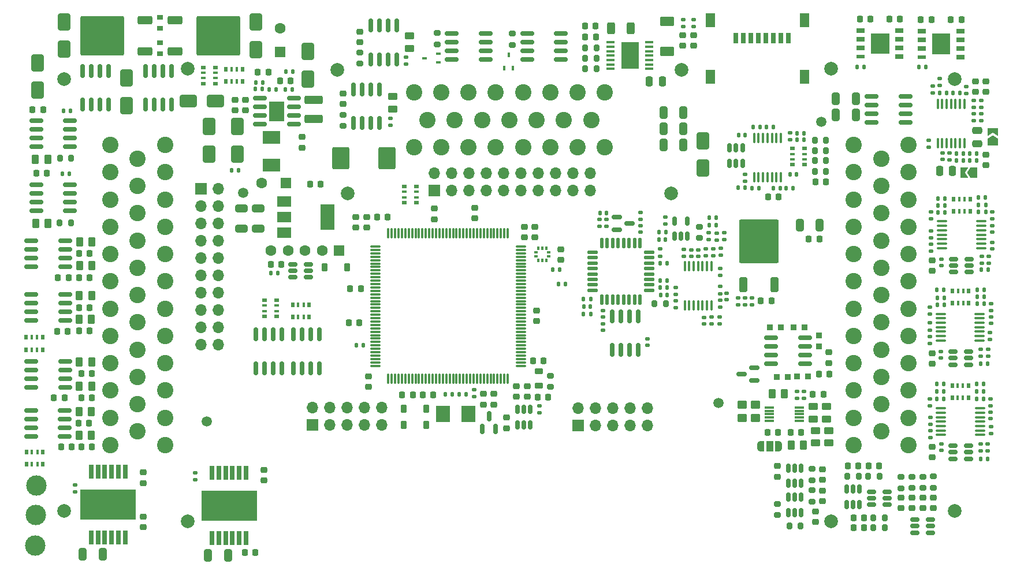
<source format=gbr>
%TF.GenerationSoftware,KiCad,Pcbnew,8.0.5*%
%TF.CreationDate,2024-10-18T05:49:16+03:00*%
%TF.ProjectId,ECUGDI,45435547-4449-42e6-9b69-6361645f7063,rev?*%
%TF.SameCoordinates,Original*%
%TF.FileFunction,Soldermask,Top*%
%TF.FilePolarity,Negative*%
%FSLAX46Y46*%
G04 Gerber Fmt 4.6, Leading zero omitted, Abs format (unit mm)*
G04 Created by KiCad (PCBNEW 8.0.5) date 2024-10-18 05:49:16*
%MOMM*%
%LPD*%
G01*
G04 APERTURE LIST*
G04 Aperture macros list*
%AMRoundRect*
0 Rectangle with rounded corners*
0 $1 Rounding radius*
0 $2 $3 $4 $5 $6 $7 $8 $9 X,Y pos of 4 corners*
0 Add a 4 corners polygon primitive as box body*
4,1,4,$2,$3,$4,$5,$6,$7,$8,$9,$2,$3,0*
0 Add four circle primitives for the rounded corners*
1,1,$1+$1,$2,$3*
1,1,$1+$1,$4,$5*
1,1,$1+$1,$6,$7*
1,1,$1+$1,$8,$9*
0 Add four rect primitives between the rounded corners*
20,1,$1+$1,$2,$3,$4,$5,0*
20,1,$1+$1,$4,$5,$6,$7,0*
20,1,$1+$1,$6,$7,$8,$9,0*
20,1,$1+$1,$8,$9,$2,$3,0*%
%AMFreePoly0*
4,1,19,0.550000,-0.750000,0.000000,-0.750000,0.000000,-0.744911,-0.071157,-0.744911,-0.207708,-0.704816,-0.327430,-0.627875,-0.420627,-0.520320,-0.479746,-0.390866,-0.500000,-0.250000,-0.500000,0.250000,-0.479746,0.390866,-0.420627,0.520320,-0.327430,0.627875,-0.207708,0.704816,-0.071157,0.744911,0.000000,0.744911,0.000000,0.750000,0.550000,0.750000,0.550000,-0.750000,0.550000,-0.750000,
$1*%
%AMFreePoly1*
4,1,19,0.000000,0.744911,0.071157,0.744911,0.207708,0.704816,0.327430,0.627875,0.420627,0.520320,0.479746,0.390866,0.500000,0.250000,0.500000,-0.250000,0.479746,-0.390866,0.420627,-0.520320,0.327430,-0.627875,0.207708,-0.704816,0.071157,-0.744911,0.000000,-0.744911,0.000000,-0.750000,-0.550000,-0.750000,-0.550000,0.750000,0.000000,0.750000,0.000000,0.744911,0.000000,0.744911,
$1*%
%AMFreePoly2*
4,1,6,1.000000,0.000000,0.500000,-0.750000,-0.500000,-0.750000,-0.500000,0.750000,0.500000,0.750000,1.000000,0.000000,1.000000,0.000000,$1*%
%AMFreePoly3*
4,1,6,0.500000,-0.750000,-0.650000,-0.750000,-0.150000,0.000000,-0.650000,0.750000,0.500000,0.750000,0.500000,-0.750000,0.500000,-0.750000,$1*%
G04 Aperture macros list end*
%ADD10RoundRect,0.085000X0.340000X0.340000X-0.340000X0.340000X-0.340000X-0.340000X0.340000X-0.340000X0*%
%ADD11RoundRect,0.225000X-0.250000X0.225000X-0.250000X-0.225000X0.250000X-0.225000X0.250000X0.225000X0*%
%ADD12RoundRect,0.150000X-0.150000X0.825000X-0.150000X-0.825000X0.150000X-0.825000X0.150000X0.825000X0*%
%ADD13RoundRect,0.250000X0.450000X-0.262500X0.450000X0.262500X-0.450000X0.262500X-0.450000X-0.262500X0*%
%ADD14RoundRect,0.200000X0.275000X-0.200000X0.275000X0.200000X-0.275000X0.200000X-0.275000X-0.200000X0*%
%ADD15RoundRect,0.250000X0.650000X-1.000000X0.650000X1.000000X-0.650000X1.000000X-0.650000X-1.000000X0*%
%ADD16RoundRect,0.225000X0.250000X-0.225000X0.250000X0.225000X-0.250000X0.225000X-0.250000X-0.225000X0*%
%ADD17RoundRect,0.250000X0.262500X0.450000X-0.262500X0.450000X-0.262500X-0.450000X0.262500X-0.450000X0*%
%ADD18RoundRect,0.250000X0.650000X-0.325000X0.650000X0.325000X-0.650000X0.325000X-0.650000X-0.325000X0*%
%ADD19RoundRect,0.135000X0.135000X0.185000X-0.135000X0.185000X-0.135000X-0.185000X0.135000X-0.185000X0*%
%ADD20RoundRect,0.200000X-0.275000X0.200000X-0.275000X-0.200000X0.275000X-0.200000X0.275000X0.200000X0*%
%ADD21RoundRect,0.150000X0.150000X-0.825000X0.150000X0.825000X-0.150000X0.825000X-0.150000X-0.825000X0*%
%ADD22RoundRect,0.135000X-0.185000X0.135000X-0.185000X-0.135000X0.185000X-0.135000X0.185000X0.135000X0*%
%ADD23RoundRect,0.135000X0.185000X-0.135000X0.185000X0.135000X-0.185000X0.135000X-0.185000X-0.135000X0*%
%ADD24C,3.000000*%
%ADD25RoundRect,0.140000X-0.140000X-0.170000X0.140000X-0.170000X0.140000X0.170000X-0.140000X0.170000X0*%
%ADD26RoundRect,0.225000X-0.225000X-0.250000X0.225000X-0.250000X0.225000X0.250000X-0.225000X0.250000X0*%
%ADD27RoundRect,0.150000X0.825000X0.150000X-0.825000X0.150000X-0.825000X-0.150000X0.825000X-0.150000X0*%
%ADD28R,0.500000X0.800000*%
%ADD29R,0.400000X0.800000*%
%ADD30RoundRect,0.075000X0.075000X-0.662500X0.075000X0.662500X-0.075000X0.662500X-0.075000X-0.662500X0*%
%ADD31RoundRect,0.075000X0.662500X-0.075000X0.662500X0.075000X-0.662500X0.075000X-0.662500X-0.075000X0*%
%ADD32RoundRect,0.140000X0.170000X-0.140000X0.170000X0.140000X-0.170000X0.140000X-0.170000X-0.140000X0*%
%ADD33R,0.800000X0.500000*%
%ADD34R,0.800000X0.400000*%
%ADD35RoundRect,0.225000X0.225000X0.250000X-0.225000X0.250000X-0.225000X-0.250000X0.225000X-0.250000X0*%
%ADD36RoundRect,0.200000X-0.200000X-0.275000X0.200000X-0.275000X0.200000X0.275000X-0.200000X0.275000X0*%
%ADD37RoundRect,0.225000X-0.225000X-0.375000X0.225000X-0.375000X0.225000X0.375000X-0.225000X0.375000X0*%
%ADD38RoundRect,0.218750X0.256250X-0.218750X0.256250X0.218750X-0.256250X0.218750X-0.256250X-0.218750X0*%
%ADD39RoundRect,0.250000X-0.650000X1.000000X-0.650000X-1.000000X0.650000X-1.000000X0.650000X1.000000X0*%
%ADD40RoundRect,0.150000X-0.825000X-0.150000X0.825000X-0.150000X0.825000X0.150000X-0.825000X0.150000X0*%
%ADD41RoundRect,0.100000X0.100000X-0.637500X0.100000X0.637500X-0.100000X0.637500X-0.100000X-0.637500X0*%
%ADD42RoundRect,0.250000X-0.450000X0.350000X-0.450000X-0.350000X0.450000X-0.350000X0.450000X0.350000X0*%
%ADD43RoundRect,0.135000X-0.135000X-0.185000X0.135000X-0.185000X0.135000X0.185000X-0.135000X0.185000X0*%
%ADD44R,1.400000X0.300000*%
%ADD45RoundRect,0.140000X0.140000X0.170000X-0.140000X0.170000X-0.140000X-0.170000X0.140000X-0.170000X0*%
%ADD46RoundRect,0.150000X0.512500X0.150000X-0.512500X0.150000X-0.512500X-0.150000X0.512500X-0.150000X0*%
%ADD47RoundRect,0.200000X0.200000X0.275000X-0.200000X0.275000X-0.200000X-0.275000X0.200000X-0.275000X0*%
%ADD48RoundRect,0.218750X0.218750X0.256250X-0.218750X0.256250X-0.218750X-0.256250X0.218750X-0.256250X0*%
%ADD49RoundRect,0.140000X-0.170000X0.140000X-0.170000X-0.140000X0.170000X-0.140000X0.170000X0.140000X0*%
%ADD50RoundRect,0.150000X-0.150000X0.512500X-0.150000X-0.512500X0.150000X-0.512500X0.150000X0.512500X0*%
%ADD51R,2.000000X2.400000*%
%ADD52R,0.450000X0.700000*%
%ADD53RoundRect,0.250000X0.250000X0.475000X-0.250000X0.475000X-0.250000X-0.475000X0.250000X-0.475000X0*%
%ADD54RoundRect,0.250000X-1.075000X0.375000X-1.075000X-0.375000X1.075000X-0.375000X1.075000X0.375000X0*%
%ADD55FreePoly0,0.000000*%
%ADD56R,1.000000X1.500000*%
%ADD57FreePoly1,0.000000*%
%ADD58RoundRect,0.250000X0.312500X0.625000X-0.312500X0.625000X-0.312500X-0.625000X0.312500X-0.625000X0*%
%ADD59RoundRect,0.100000X0.637500X0.100000X-0.637500X0.100000X-0.637500X-0.100000X0.637500X-0.100000X0*%
%ADD60R,0.650000X2.000000*%
%ADD61R,8.100000X4.500000*%
%ADD62RoundRect,0.250000X0.325000X0.650000X-0.325000X0.650000X-0.325000X-0.650000X0.325000X-0.650000X0*%
%ADD63RoundRect,0.070000X0.390000X-0.280000X0.390000X0.280000X-0.390000X0.280000X-0.390000X-0.280000X0*%
%ADD64R,1.700000X1.700000*%
%ADD65O,1.700000X1.700000*%
%ADD66RoundRect,0.250000X-0.450000X0.262500X-0.450000X-0.262500X0.450000X-0.262500X0.450000X0.262500X0*%
%ADD67RoundRect,0.250000X-0.325000X-0.650000X0.325000X-0.650000X0.325000X0.650000X-0.325000X0.650000X0*%
%ADD68R,2.500000X1.900000*%
%ADD69RoundRect,0.070000X-0.390000X0.280000X-0.390000X-0.280000X0.390000X-0.280000X0.390000X0.280000X0*%
%ADD70RoundRect,0.150000X0.150000X-0.512500X0.150000X0.512500X-0.150000X0.512500X-0.150000X-0.512500X0*%
%ADD71RoundRect,0.100000X-0.100000X0.637500X-0.100000X-0.637500X0.100000X-0.637500X0.100000X0.637500X0*%
%ADD72RoundRect,0.150000X-0.512500X-0.150000X0.512500X-0.150000X0.512500X0.150000X-0.512500X0.150000X0*%
%ADD73C,1.500000*%
%ADD74R,1.310000X0.650000*%
%ADD75R,1.310000X0.600000*%
%ADD76R,1.325000X1.500000*%
%ADD77RoundRect,0.250000X-0.850000X-0.350000X0.850000X-0.350000X0.850000X0.350000X-0.850000X0.350000X0*%
%ADD78RoundRect,0.249997X-2.950003X-2.650003X2.950003X-2.650003X2.950003X2.650003X-2.950003X2.650003X0*%
%ADD79R,2.290000X3.000000*%
%ADD80RoundRect,0.218750X-0.381250X0.218750X-0.381250X-0.218750X0.381250X-0.218750X0.381250X0.218750X0*%
%ADD81R,1.600000X1.600000*%
%ADD82C,1.600000*%
%ADD83R,0.700000X0.450000*%
%ADD84R,2.000000X1.500000*%
%ADD85R,2.000000X3.800000*%
%ADD86RoundRect,0.100000X-0.175000X-0.100000X0.175000X-0.100000X0.175000X0.100000X-0.175000X0.100000X0*%
%ADD87RoundRect,0.100000X-0.100000X-0.175000X0.100000X-0.175000X0.100000X0.175000X-0.100000X0.175000X0*%
%ADD88RoundRect,0.250000X0.800000X-0.450000X0.800000X0.450000X-0.800000X0.450000X-0.800000X-0.450000X0*%
%ADD89RoundRect,0.218750X-0.256250X0.218750X-0.256250X-0.218750X0.256250X-0.218750X0.256250X0.218750X0*%
%ADD90R,0.800000X1.500000*%
%ADD91R,1.450000X2.000000*%
%ADD92RoundRect,0.250000X0.450000X-0.350000X0.450000X0.350000X-0.450000X0.350000X-0.450000X-0.350000X0*%
%ADD93RoundRect,0.150000X0.587500X0.150000X-0.587500X0.150000X-0.587500X-0.150000X0.587500X-0.150000X0*%
%ADD94RoundRect,0.085000X-0.340000X-0.340000X0.340000X-0.340000X0.340000X0.340000X-0.340000X0.340000X0*%
%ADD95RoundRect,0.125000X-0.125000X0.625000X-0.125000X-0.625000X0.125000X-0.625000X0.125000X0.625000X0*%
%ADD96RoundRect,0.125000X-0.625000X0.125000X-0.625000X-0.125000X0.625000X-0.125000X0.625000X0.125000X0*%
%ADD97RoundRect,0.250000X0.350000X-0.850000X0.350000X0.850000X-0.350000X0.850000X-0.350000X-0.850000X0*%
%ADD98RoundRect,0.249997X2.650003X-2.950003X2.650003X2.950003X-2.650003X2.950003X-2.650003X-2.950003X0*%
%ADD99FreePoly2,180.000000*%
%ADD100FreePoly3,180.000000*%
%ADD101RoundRect,0.250000X1.000000X-1.400000X1.000000X1.400000X-1.000000X1.400000X-1.000000X-1.400000X0*%
%ADD102RoundRect,0.150000X-0.587500X-0.150000X0.587500X-0.150000X0.587500X0.150000X-0.587500X0.150000X0*%
%ADD103FreePoly2,90.000000*%
%ADD104FreePoly3,90.000000*%
%ADD105R,1.310000X0.450000*%
%ADD106R,2.650000X4.000000*%
%ADD107RoundRect,0.250000X-0.475000X0.250000X-0.475000X-0.250000X0.475000X-0.250000X0.475000X0.250000X0*%
%ADD108RoundRect,0.250000X1.000000X0.650000X-1.000000X0.650000X-1.000000X-0.650000X1.000000X-0.650000X0*%
%ADD109RoundRect,0.085000X-0.340000X0.340000X-0.340000X-0.340000X0.340000X-0.340000X0.340000X0.340000X0*%
%ADD110RoundRect,0.150000X0.150000X-0.587500X0.150000X0.587500X-0.150000X0.587500X-0.150000X-0.587500X0*%
%ADD111RoundRect,0.250000X0.850000X0.350000X-0.850000X0.350000X-0.850000X-0.350000X0.850000X-0.350000X0*%
%ADD112RoundRect,0.249997X2.950003X2.650003X-2.950003X2.650003X-2.950003X-2.650003X2.950003X-2.650003X0*%
%ADD113C,2.000000*%
%ADD114C,2.400000*%
G04 APERTURE END LIST*
D10*
%TO.C,C13*%
X180290001Y-97987500D03*
X178709999Y-97987500D03*
%TD*%
D11*
%TO.C,C130*%
X207800000Y-54650000D03*
X207800000Y-56200000D03*
%TD*%
D12*
%TO.C,U51*%
X106130000Y-91775000D03*
X104860000Y-91775000D03*
X103590000Y-91775000D03*
X102320000Y-91775000D03*
X102320000Y-96725000D03*
X103590000Y-96725000D03*
X104860000Y-96725000D03*
X106130000Y-96725000D03*
%TD*%
D13*
%TO.C,R122*%
X186350000Y-107712500D03*
X186350000Y-105887500D03*
%TD*%
D14*
%TO.C,R155*%
X115130038Y-61212500D03*
X115130038Y-59562500D03*
%TD*%
D15*
%TO.C,D1*%
X102300000Y-49990000D03*
X102300000Y-45990000D03*
%TD*%
D16*
%TO.C,C68*%
X137200000Y-102050000D03*
X137200000Y-100500000D03*
%TD*%
D17*
%TO.C,R165*%
X78287500Y-86080000D03*
X76462500Y-86080000D03*
%TD*%
D18*
%TO.C,C112*%
X102700000Y-76275000D03*
X102700000Y-73325000D03*
%TD*%
D11*
%TO.C,C133*%
X209350000Y-54650000D03*
X209350000Y-56200000D03*
%TD*%
D14*
%TO.C,R113*%
X200100000Y-114275000D03*
X200100000Y-112625000D03*
%TD*%
D19*
%TO.C,R99*%
X182674829Y-62250000D03*
X181654829Y-62250000D03*
%TD*%
D20*
%TO.C,R120*%
X183850000Y-111485000D03*
X183850000Y-113135000D03*
%TD*%
D21*
%TO.C,U40*%
X116675038Y-60762500D03*
X117945038Y-60762500D03*
X119215038Y-60762500D03*
X120485038Y-60762500D03*
X120485038Y-55812500D03*
X119215038Y-55812500D03*
X117945038Y-55812500D03*
X116675038Y-55812500D03*
%TD*%
D22*
%TO.C,R139*%
X207600000Y-59440000D03*
X207600000Y-60460000D03*
%TD*%
D14*
%TO.C,R114*%
X183850000Y-116275000D03*
X183850000Y-114625000D03*
%TD*%
D23*
%TO.C,R23*%
X162350000Y-75572500D03*
X162350000Y-74552500D03*
%TD*%
D16*
%TO.C,C117*%
X184400000Y-119275000D03*
X184400000Y-117725000D03*
%TD*%
D22*
%TO.C,R147*%
X202600000Y-54240000D03*
X202600000Y-55260000D03*
%TD*%
D24*
%TO.C,J3*%
X70100000Y-118250000D03*
%TD*%
D25*
%TO.C,C83*%
X208620000Y-96100000D03*
X209580000Y-96100000D03*
%TD*%
D26*
%TO.C,C62*%
X115950000Y-90100000D03*
X117500000Y-90100000D03*
%TD*%
D23*
%TO.C,R75*%
X201350000Y-74810000D03*
X201350000Y-73790000D03*
%TD*%
D27*
%TO.C,U17*%
X147075000Y-51455000D03*
X147075000Y-50185000D03*
X147075000Y-48915000D03*
X147075000Y-47645000D03*
X142125000Y-47645000D03*
X142125000Y-48915000D03*
X142125000Y-50185000D03*
X142125000Y-51455000D03*
%TD*%
D28*
%TO.C,RN14*%
X68650000Y-94000000D03*
D29*
X69450000Y-94000000D03*
X70250000Y-94000000D03*
D28*
X71050000Y-94000000D03*
X71050000Y-92200000D03*
D29*
X70250000Y-92200000D03*
X69450000Y-92200000D03*
D28*
X68650000Y-92200000D03*
%TD*%
D19*
%TO.C,R102*%
X107760000Y-53250000D03*
X106740000Y-53250000D03*
%TD*%
D22*
%TO.C,R131*%
X181675000Y-100102500D03*
X181675000Y-101122500D03*
%TD*%
D30*
%TO.C,U4*%
X121750000Y-98300000D03*
X122250000Y-98300000D03*
X122750000Y-98300000D03*
X123250000Y-98300000D03*
X123750000Y-98300000D03*
X124250000Y-98300000D03*
X124750000Y-98300000D03*
X125250000Y-98300000D03*
X125750000Y-98300000D03*
X126250000Y-98300000D03*
X126750000Y-98300000D03*
X127250000Y-98300000D03*
X127750000Y-98300000D03*
X128250000Y-98300000D03*
X128750000Y-98300000D03*
X129250000Y-98300000D03*
X129750000Y-98300000D03*
X130250000Y-98300000D03*
X130750000Y-98300000D03*
X131250000Y-98300000D03*
X131750000Y-98300000D03*
X132250000Y-98300000D03*
X132750000Y-98300000D03*
X133250000Y-98300000D03*
X133750000Y-98300000D03*
X134250000Y-98300000D03*
X134750000Y-98300000D03*
X135250000Y-98300000D03*
X135750000Y-98300000D03*
X136250000Y-98300000D03*
X136750000Y-98300000D03*
X137250000Y-98300000D03*
X137750000Y-98300000D03*
X138250000Y-98300000D03*
X138750000Y-98300000D03*
X139250000Y-98300000D03*
D31*
X141162500Y-96387500D03*
X141162500Y-95887500D03*
X141162500Y-95387500D03*
X141162500Y-94887500D03*
X141162500Y-94387500D03*
X141162500Y-93887500D03*
X141162500Y-93387500D03*
X141162500Y-92887500D03*
X141162500Y-92387500D03*
X141162500Y-91887500D03*
X141162500Y-91387500D03*
X141162500Y-90887500D03*
X141162500Y-90387500D03*
X141162500Y-89887500D03*
X141162500Y-89387500D03*
X141162500Y-88887500D03*
X141162500Y-88387500D03*
X141162500Y-87887500D03*
X141162500Y-87387500D03*
X141162500Y-86887500D03*
X141162500Y-86387500D03*
X141162500Y-85887500D03*
X141162500Y-85387500D03*
X141162500Y-84887500D03*
X141162500Y-84387500D03*
X141162500Y-83887500D03*
X141162500Y-83387500D03*
X141162500Y-82887500D03*
X141162500Y-82387500D03*
X141162500Y-81887500D03*
X141162500Y-81387500D03*
X141162500Y-80887500D03*
X141162500Y-80387500D03*
X141162500Y-79887500D03*
X141162500Y-79387500D03*
X141162500Y-78887500D03*
D30*
X139250000Y-76975000D03*
X138750000Y-76975000D03*
X138250000Y-76975000D03*
X137750000Y-76975000D03*
X137250000Y-76975000D03*
X136750000Y-76975000D03*
X136250000Y-76975000D03*
X135750000Y-76975000D03*
X135250000Y-76975000D03*
X134750000Y-76975000D03*
X134250000Y-76975000D03*
X133750000Y-76975000D03*
X133250000Y-76975000D03*
X132750000Y-76975000D03*
X132250000Y-76975000D03*
X131750000Y-76975000D03*
X131250000Y-76975000D03*
X130750000Y-76975000D03*
X130250000Y-76975000D03*
X129750000Y-76975000D03*
X129250000Y-76975000D03*
X128750000Y-76975000D03*
X128250000Y-76975000D03*
X127750000Y-76975000D03*
X127250000Y-76975000D03*
X126750000Y-76975000D03*
X126250000Y-76975000D03*
X125750000Y-76975000D03*
X125250000Y-76975000D03*
X124750000Y-76975000D03*
X124250000Y-76975000D03*
X123750000Y-76975000D03*
X123250000Y-76975000D03*
X122750000Y-76975000D03*
X122250000Y-76975000D03*
X121750000Y-76975000D03*
D31*
X119837500Y-78887500D03*
X119837500Y-79387500D03*
X119837500Y-79887500D03*
X119837500Y-80387500D03*
X119837500Y-80887500D03*
X119837500Y-81387500D03*
X119837500Y-81887500D03*
X119837500Y-82387500D03*
X119837500Y-82887500D03*
X119837500Y-83387500D03*
X119837500Y-83887500D03*
X119837500Y-84387500D03*
X119837500Y-84887500D03*
X119837500Y-85387500D03*
X119837500Y-85887500D03*
X119837500Y-86387500D03*
X119837500Y-86887500D03*
X119837500Y-87387500D03*
X119837500Y-87887500D03*
X119837500Y-88387500D03*
X119837500Y-88887500D03*
X119837500Y-89387500D03*
X119837500Y-89887500D03*
X119837500Y-90387500D03*
X119837500Y-90887500D03*
X119837500Y-91387500D03*
X119837500Y-91887500D03*
X119837500Y-92387500D03*
X119837500Y-92887500D03*
X119837500Y-93387500D03*
X119837500Y-93887500D03*
X119837500Y-94387500D03*
X119837500Y-94887500D03*
X119837500Y-95387500D03*
X119837500Y-95887500D03*
X119837500Y-96387500D03*
%TD*%
D23*
%TO.C,R27*%
X163900000Y-87885000D03*
X163900000Y-86865000D03*
%TD*%
D32*
%TO.C,C20*%
X166200000Y-80342500D03*
X166200000Y-79382500D03*
%TD*%
D22*
%TO.C,R132*%
X182675000Y-100102500D03*
X182675000Y-101122500D03*
%TD*%
D11*
%TO.C,C76*%
X142150000Y-99375000D03*
X142150000Y-100925000D03*
%TD*%
D33*
%TO.C,RN4*%
X182785171Y-66900000D03*
D34*
X182785171Y-66100000D03*
X182785171Y-65300000D03*
D33*
X182785171Y-64500000D03*
X180985171Y-64500000D03*
D34*
X180985171Y-65300000D03*
X180985171Y-66100000D03*
D33*
X180985171Y-66900000D03*
%TD*%
D19*
%TO.C,R16*%
X162620000Y-84925000D03*
X161600000Y-84925000D03*
%TD*%
D32*
%TO.C,C28*%
X153700000Y-75880000D03*
X153700000Y-74920000D03*
%TD*%
D12*
%TO.C,U32*%
X80705000Y-53125000D03*
X79435000Y-53125000D03*
X78165000Y-53125000D03*
X76895000Y-53125000D03*
X76895000Y-58075000D03*
X78165000Y-58075000D03*
X79435000Y-58075000D03*
X80705000Y-58075000D03*
%TD*%
D35*
%TO.C,C79*%
X145175000Y-100950000D03*
X143625000Y-100950000D03*
%TD*%
D19*
%TO.C,R68*%
X203360000Y-71850000D03*
X202340000Y-71850000D03*
%TD*%
D22*
%TO.C,R11*%
X170450000Y-79152500D03*
X170450000Y-80172500D03*
%TD*%
D17*
%TO.C,R135*%
X179812500Y-100487500D03*
X177987500Y-100487500D03*
%TD*%
D26*
%TO.C,C78*%
X104537500Y-81550000D03*
X106087500Y-81550000D03*
%TD*%
D36*
%TO.C,R1*%
X150625000Y-49745000D03*
X152275000Y-49745000D03*
%TD*%
D37*
%TO.C,D17*%
X124000000Y-105050000D03*
X127300000Y-105050000D03*
%TD*%
D38*
%TO.C,L1*%
X186350000Y-95975000D03*
X186350000Y-94400000D03*
%TD*%
D17*
%TO.C,R172*%
X78262500Y-99350000D03*
X76437500Y-99350000D03*
%TD*%
D11*
%TO.C,C124*%
X201650000Y-115700000D03*
X201650000Y-117250000D03*
%TD*%
D16*
%TO.C,C72*%
X143250000Y-77525000D03*
X143250000Y-75975000D03*
%TD*%
D39*
%TO.C,D14*%
X70350000Y-51950000D03*
X70350000Y-55950000D03*
%TD*%
D40*
%TO.C,U47*%
X69425000Y-95695000D03*
X69425000Y-96965000D03*
X69425000Y-98235000D03*
X69425000Y-99505000D03*
X74375000Y-99505000D03*
X74375000Y-98235000D03*
X74375000Y-96965000D03*
X74375000Y-95695000D03*
%TD*%
D35*
%TO.C,C168*%
X78325000Y-108300000D03*
X76775000Y-108300000D03*
%TD*%
D41*
%TO.C,U12*%
X175385171Y-68712500D03*
X176035171Y-68712500D03*
X176685171Y-68712500D03*
X177335171Y-68712500D03*
X177985171Y-68712500D03*
X178635171Y-68712500D03*
X179285171Y-68712500D03*
X179285171Y-62987500D03*
X178635171Y-62987500D03*
X177985171Y-62987500D03*
X177335171Y-62987500D03*
X176685171Y-62987500D03*
X176035171Y-62987500D03*
X175385171Y-62987500D03*
%TD*%
D27*
%TO.C,U18*%
X136025000Y-51450000D03*
X136025000Y-50180000D03*
X136025000Y-48910000D03*
X136025000Y-47640000D03*
X131075000Y-47640000D03*
X131075000Y-48910000D03*
X131075000Y-50180000D03*
X131075000Y-51450000D03*
%TD*%
D12*
%TO.C,U31*%
X89955000Y-53125000D03*
X88685000Y-53125000D03*
X87415000Y-53125000D03*
X86145000Y-53125000D03*
X86145000Y-58075000D03*
X87415000Y-58075000D03*
X88685000Y-58075000D03*
X89955000Y-58075000D03*
%TD*%
D26*
%TO.C,C129*%
X177350000Y-106125000D03*
X178900000Y-106125000D03*
%TD*%
D11*
%TO.C,C66*%
X143500000Y-88275000D03*
X143500000Y-89825000D03*
%TD*%
D19*
%TO.C,R160*%
X75010000Y-68200000D03*
X73990000Y-68200000D03*
%TD*%
D11*
%TO.C,C71*%
X117000000Y-74575000D03*
X117000000Y-76125000D03*
%TD*%
D42*
%TO.C,R134*%
X173600000Y-102050000D03*
X173600000Y-104050000D03*
%TD*%
D35*
%TO.C,C104*%
X196737500Y-45525000D03*
X195187500Y-45525000D03*
%TD*%
%TO.C,C156*%
X77950000Y-91280000D03*
X76400000Y-91280000D03*
%TD*%
D22*
%TO.C,R33*%
X164950000Y-45590000D03*
X164950000Y-46610000D03*
%TD*%
D43*
%TO.C,R52*%
X104540000Y-82800000D03*
X105560000Y-82800000D03*
%TD*%
D25*
%TO.C,C110*%
X102370000Y-54800000D03*
X103330000Y-54800000D03*
%TD*%
D26*
%TO.C,C126*%
X180750000Y-106125000D03*
X182300000Y-106125000D03*
%TD*%
D28*
%TO.C,RN7*%
X97960698Y-54700000D03*
D29*
X98760698Y-54700000D03*
X99560698Y-54700000D03*
D28*
X100360698Y-54700000D03*
X100360698Y-52900000D03*
D29*
X99560698Y-52900000D03*
X98760698Y-52900000D03*
D28*
X97960698Y-52900000D03*
%TD*%
D11*
%TO.C,C59*%
X134400000Y-73175000D03*
X134400000Y-74725000D03*
%TD*%
D19*
%TO.C,R144*%
X207970000Y-65250000D03*
X206950000Y-65250000D03*
%TD*%
D25*
%TO.C,C99*%
X181684829Y-63250000D03*
X182644829Y-63250000D03*
%TD*%
%TO.C,C88*%
X208701250Y-82300000D03*
X209661250Y-82300000D03*
%TD*%
D44*
%TO.C,U25*%
X182025000Y-104475000D03*
X182025000Y-103975000D03*
X182025000Y-103475000D03*
X182025000Y-102975000D03*
X182025000Y-102475000D03*
X177625000Y-102475000D03*
X177625000Y-102975000D03*
X177625000Y-103475000D03*
X177625000Y-103975000D03*
X177625000Y-104475000D03*
%TD*%
D26*
%TO.C,C2*%
X150575000Y-46545000D03*
X152125000Y-46545000D03*
%TD*%
D22*
%TO.C,R95*%
X180635171Y-62240000D03*
X180635171Y-63260000D03*
%TD*%
D36*
%TO.C,R161*%
X73575000Y-75450000D03*
X75225000Y-75450000D03*
%TD*%
D45*
%TO.C,C25*%
X153730000Y-74000000D03*
X152770000Y-74000000D03*
%TD*%
D32*
%TO.C,C15*%
X159740000Y-93395000D03*
X159740000Y-92435000D03*
%TD*%
D22*
%TO.C,R88*%
X201200000Y-103909315D03*
X201200000Y-104929315D03*
%TD*%
D46*
%TO.C,U7*%
X206837500Y-96200000D03*
X206837500Y-95250000D03*
X206837500Y-94300000D03*
X204562500Y-94300000D03*
X204562500Y-95250000D03*
X204562500Y-96200000D03*
%TD*%
D47*
%TO.C,R112*%
X182175000Y-119900000D03*
X180525000Y-119900000D03*
%TD*%
D48*
%TO.C,D3*%
X177937500Y-86850000D03*
X176362500Y-86850000D03*
%TD*%
D49*
%TO.C,C81*%
X209950000Y-91520000D03*
X209950000Y-92480000D03*
%TD*%
D22*
%TO.C,R61*%
X209650000Y-93940000D03*
X209650000Y-94960000D03*
%TD*%
D50*
%TO.C,U21*%
X190850000Y-114462500D03*
X189900000Y-114462500D03*
X188950000Y-114462500D03*
X188950000Y-116737500D03*
X189900000Y-116737500D03*
X190850000Y-116737500D03*
%TD*%
D48*
%TO.C,L2*%
X186437500Y-97637500D03*
X184862500Y-97637500D03*
%TD*%
D43*
%TO.C,R71*%
X202340000Y-73850000D03*
X203360000Y-73850000D03*
%TD*%
D16*
%TO.C,C74*%
X135650000Y-102050000D03*
X135650000Y-100500000D03*
%TD*%
D47*
%TO.C,R91*%
X185939829Y-64800000D03*
X184289829Y-64800000D03*
%TD*%
D51*
%TO.C,Y2*%
X129750000Y-103450000D03*
X133450000Y-103450000D03*
%TD*%
D37*
%TO.C,D24*%
X112400000Y-81900000D03*
X115700000Y-81900000D03*
%TD*%
D49*
%TO.C,C19*%
X170400000Y-82120000D03*
X170400000Y-83080000D03*
%TD*%
D52*
%TO.C,D29*%
X138750000Y-52745000D03*
X140050000Y-52745000D03*
X139400000Y-50745000D03*
%TD*%
D17*
%TO.C,R173*%
X78237500Y-103065000D03*
X76412500Y-103065000D03*
%TD*%
D47*
%TO.C,R90*%
X185939829Y-66300000D03*
X184289829Y-66300000D03*
%TD*%
D53*
%TO.C,C3*%
X161900000Y-54650000D03*
X160000000Y-54650000D03*
%TD*%
D11*
%TO.C,C60*%
X141700000Y-75975000D03*
X141700000Y-77525000D03*
%TD*%
D19*
%TO.C,R45*%
X99760000Y-67700000D03*
X98740000Y-67700000D03*
%TD*%
%TO.C,R15*%
X162650000Y-81317500D03*
X161630000Y-81317500D03*
%TD*%
D22*
%TO.C,R6*%
X169150000Y-89215000D03*
X169150000Y-90235000D03*
%TD*%
D16*
%TO.C,C63*%
X118850000Y-99475000D03*
X118850000Y-97925000D03*
%TD*%
D19*
%TO.C,R106*%
X103260000Y-55800000D03*
X102240000Y-55800000D03*
%TD*%
D43*
%TO.C,R53*%
X208040000Y-85200000D03*
X209060000Y-85200000D03*
%TD*%
D22*
%TO.C,R148*%
X204050000Y-65190000D03*
X204050000Y-66210000D03*
%TD*%
D47*
%TO.C,R111*%
X194525000Y-120150000D03*
X192875000Y-120150000D03*
%TD*%
D16*
%TO.C,C90*%
X201450000Y-109784315D03*
X201450000Y-108234315D03*
%TD*%
D43*
%TO.C,R146*%
X206990000Y-66250000D03*
X208010000Y-66250000D03*
%TD*%
D15*
%TO.C,D27*%
X109950000Y-54300000D03*
X109950000Y-50300000D03*
%TD*%
D19*
%TO.C,R44*%
X118060000Y-93400000D03*
X117040000Y-93400000D03*
%TD*%
%TO.C,R98*%
X181110000Y-70300000D03*
X180090000Y-70300000D03*
%TD*%
D28*
%TO.C,RN3*%
X206800000Y-99259315D03*
D29*
X206000000Y-99259315D03*
X205200000Y-99259315D03*
D28*
X204400000Y-99259315D03*
X204400000Y-101059315D03*
D29*
X205200000Y-101059315D03*
X206000000Y-101059315D03*
D28*
X206800000Y-101059315D03*
%TD*%
D16*
%TO.C,C85*%
X201450000Y-82475000D03*
X201450000Y-80925000D03*
%TD*%
D54*
%TO.C,L3*%
X110800000Y-57400000D03*
X110800000Y-60200000D03*
%TD*%
D19*
%TO.C,R56*%
X203210000Y-85200000D03*
X202190000Y-85200000D03*
%TD*%
D13*
%TO.C,R125*%
X184025000Y-104187500D03*
X184025000Y-102362500D03*
%TD*%
D35*
%TO.C,C166*%
X78325000Y-101100000D03*
X76775000Y-101100000D03*
%TD*%
D11*
%TO.C,C114*%
X198550000Y-115725000D03*
X198550000Y-117275000D03*
%TD*%
D25*
%TO.C,C23*%
X161410000Y-77862500D03*
X162370000Y-77862500D03*
%TD*%
D35*
%TO.C,C165*%
X78325000Y-97550000D03*
X76775000Y-97550000D03*
%TD*%
D24*
%TO.C,J1*%
X70000000Y-122750000D03*
%TD*%
D55*
%TO.C,JP1*%
X176350000Y-108150000D03*
D56*
X177650000Y-108150000D03*
D57*
X178950000Y-108150000D03*
%TD*%
D35*
%TO.C,C150*%
X71725000Y-68150000D03*
X70175000Y-68150000D03*
%TD*%
D19*
%TO.C,R100*%
X178160000Y-61400000D03*
X177140000Y-61400000D03*
%TD*%
D17*
%TO.C,R164*%
X78312500Y-81715000D03*
X76487500Y-81715000D03*
%TD*%
D58*
%TO.C,R36*%
X157300000Y-46850000D03*
X154375000Y-46850000D03*
%TD*%
D11*
%TO.C,C120*%
X196900000Y-115725000D03*
X196900000Y-117275000D03*
%TD*%
D43*
%TO.C,R105*%
X104240000Y-55850000D03*
X105260000Y-55850000D03*
%TD*%
D59*
%TO.C,U10*%
X208512500Y-106509315D03*
X208512500Y-105859315D03*
X208512500Y-105209315D03*
X208512500Y-104559315D03*
X208512500Y-103909315D03*
X208512500Y-103259315D03*
X208512500Y-102609315D03*
X202787500Y-102609315D03*
X202787500Y-103259315D03*
X202787500Y-103909315D03*
X202787500Y-104559315D03*
X202787500Y-105209315D03*
X202787500Y-105859315D03*
X202787500Y-106509315D03*
%TD*%
D60*
%TO.C,U38*%
X78190000Y-121525000D03*
X79190000Y-121525000D03*
X80190000Y-121525000D03*
X81190000Y-121525000D03*
X82190000Y-121525000D03*
X83190000Y-121525000D03*
X83190000Y-111925000D03*
X82190000Y-111925000D03*
X81190000Y-111925000D03*
X80190000Y-111925000D03*
X79190000Y-111925000D03*
X78190000Y-111925000D03*
D61*
X80690000Y-116725000D03*
%TD*%
D19*
%TO.C,R82*%
X209010000Y-101259315D03*
X207990000Y-101259315D03*
%TD*%
D62*
%TO.C,C7*%
X165025000Y-59200000D03*
X162075000Y-59200000D03*
%TD*%
D32*
%TO.C,C138*%
X203000000Y-66130000D03*
X203000000Y-65170000D03*
%TD*%
D22*
%TO.C,R7*%
X168250000Y-79202500D03*
X168250000Y-80222500D03*
%TD*%
D43*
%TO.C,R83*%
X202190000Y-101209315D03*
X203210000Y-101209315D03*
%TD*%
D63*
%TO.C,R3*%
X88300000Y-46850000D03*
X88300000Y-45250000D03*
%TD*%
D64*
%TO.C,J13*%
X94310000Y-70450000D03*
D65*
X96850000Y-70450000D03*
X94310000Y-72990000D03*
X96850000Y-72990000D03*
X94310000Y-75530000D03*
X96850000Y-75530000D03*
X94310000Y-78070000D03*
X96850000Y-78070000D03*
X94310000Y-80610000D03*
X96850000Y-80610000D03*
X94310000Y-83150000D03*
X96850000Y-83150000D03*
X94310000Y-85690000D03*
X96850000Y-85690000D03*
X94310000Y-88230000D03*
X96850000Y-88230000D03*
X94310000Y-90770000D03*
X96850000Y-90770000D03*
X94310000Y-93310000D03*
X96850000Y-93310000D03*
%TD*%
D10*
%TO.C,C29*%
X182740001Y-90700000D03*
X181159999Y-90700000D03*
%TD*%
D14*
%TO.C,R115*%
X196900000Y-114325000D03*
X196900000Y-112675000D03*
%TD*%
D19*
%TO.C,R25*%
X162410000Y-76762500D03*
X161390000Y-76762500D03*
%TD*%
D32*
%TO.C,C92*%
X210050000Y-104130000D03*
X210050000Y-103170000D03*
%TD*%
D66*
%TO.C,R121*%
X185975000Y-102350000D03*
X185975000Y-104175000D03*
%TD*%
D43*
%TO.C,R104*%
X190452500Y-52525000D03*
X191472500Y-52525000D03*
%TD*%
D62*
%TO.C,C10*%
X185000000Y-75750000D03*
X182050000Y-75750000D03*
%TD*%
D67*
%TO.C,C139*%
X187325000Y-59600000D03*
X190275000Y-59600000D03*
%TD*%
D68*
%TO.C,L4*%
X104600000Y-62850000D03*
X104600000Y-66950000D03*
%TD*%
D69*
%TO.C,R4*%
X88300000Y-49000000D03*
X88300000Y-50600000D03*
%TD*%
D32*
%TO.C,C16*%
X153190000Y-91195000D03*
X153190000Y-90235000D03*
%TD*%
D38*
%TO.C,D19*%
X99300000Y-58937500D03*
X99300000Y-57362500D03*
%TD*%
D13*
%TO.C,R159*%
X124850000Y-49812500D03*
X124850000Y-47987500D03*
%TD*%
D26*
%TO.C,C61*%
X116175000Y-85050000D03*
X117725000Y-85050000D03*
%TD*%
D22*
%TO.C,R32*%
X161640000Y-79265000D03*
X161640000Y-80285000D03*
%TD*%
D19*
%TO.C,R67*%
X203360000Y-72850000D03*
X202340000Y-72850000D03*
%TD*%
D22*
%TO.C,R21*%
X175100000Y-86400000D03*
X175100000Y-87420000D03*
%TD*%
D59*
%TO.C,U6*%
X208462500Y-92650000D03*
X208462500Y-92000000D03*
X208462500Y-91350000D03*
X208462500Y-90700000D03*
X208462500Y-90050000D03*
X208462500Y-89400000D03*
X208462500Y-88750000D03*
X202737500Y-88750000D03*
X202737500Y-89400000D03*
X202737500Y-90050000D03*
X202737500Y-90700000D03*
X202737500Y-91350000D03*
X202737500Y-92000000D03*
X202737500Y-92650000D03*
%TD*%
D25*
%TO.C,C98*%
X180655171Y-68300000D03*
X181615171Y-68300000D03*
%TD*%
D47*
%TO.C,R2*%
X152275000Y-51295000D03*
X150625000Y-51295000D03*
%TD*%
D25*
%TO.C,C93*%
X208620000Y-110059315D03*
X209580000Y-110059315D03*
%TD*%
D22*
%TO.C,R24*%
X173000000Y-86400000D03*
X173000000Y-87420000D03*
%TD*%
D12*
%TO.C,U30*%
X111630000Y-91775000D03*
X110360000Y-91775000D03*
X109090000Y-91775000D03*
X107820000Y-91775000D03*
X107820000Y-96725000D03*
X109090000Y-96725000D03*
X110360000Y-96725000D03*
X111630000Y-96725000D03*
%TD*%
D23*
%TO.C,R69*%
X208731250Y-81360000D03*
X208731250Y-80340000D03*
%TD*%
D64*
%TO.C,J8*%
X128510000Y-70650000D03*
D65*
X128510000Y-68110000D03*
X131050000Y-70650000D03*
X131050000Y-68110000D03*
X133590000Y-70650000D03*
X133590000Y-68110000D03*
X136130000Y-70650000D03*
X136130000Y-68110000D03*
X138670000Y-70650000D03*
X138670000Y-68110000D03*
X141210000Y-70650000D03*
X141210000Y-68110000D03*
X143750000Y-70650000D03*
X143750000Y-68110000D03*
X146290000Y-70650000D03*
X146290000Y-68110000D03*
X148830000Y-70650000D03*
X148830000Y-68110000D03*
X151370000Y-70650000D03*
X151370000Y-68110000D03*
%TD*%
D70*
%TO.C,U22*%
X180400000Y-113637500D03*
X181350000Y-113637500D03*
X182300000Y-113637500D03*
X182300000Y-111362500D03*
X181350000Y-111362500D03*
X180400000Y-111362500D03*
%TD*%
D22*
%TO.C,R34*%
X166500000Y-45590000D03*
X166500000Y-46610000D03*
%TD*%
D45*
%TO.C,C22*%
X162620000Y-85967500D03*
X161660000Y-85967500D03*
%TD*%
D22*
%TO.C,R8*%
X171000000Y-76852500D03*
X171000000Y-77872500D03*
%TD*%
D15*
%TO.C,D7*%
X74250000Y-49950000D03*
X74250000Y-45950000D03*
%TD*%
D22*
%TO.C,R76*%
X201331250Y-76561250D03*
X201331250Y-77581250D03*
%TD*%
D15*
%TO.C,D2*%
X167850000Y-67400000D03*
X167850000Y-63400000D03*
%TD*%
D49*
%TO.C,C94*%
X202800000Y-107829315D03*
X202800000Y-108789315D03*
%TD*%
D71*
%TO.C,U27*%
X206200000Y-57987500D03*
X205550000Y-57987500D03*
X204900000Y-57987500D03*
X204250000Y-57987500D03*
X203600000Y-57987500D03*
X202950000Y-57987500D03*
X202300000Y-57987500D03*
X202300000Y-63712500D03*
X202950000Y-63712500D03*
X203600000Y-63712500D03*
X204250000Y-63712500D03*
X204900000Y-63712500D03*
X205550000Y-63712500D03*
X206200000Y-63712500D03*
%TD*%
D23*
%TO.C,R87*%
X201150000Y-102219315D03*
X201150000Y-101199315D03*
%TD*%
D19*
%TO.C,R94*%
X179210000Y-70300000D03*
X178190000Y-70300000D03*
%TD*%
%TO.C,R151*%
X75135000Y-58950000D03*
X74115000Y-58950000D03*
%TD*%
%TO.C,R103*%
X107660000Y-55850000D03*
X106640000Y-55850000D03*
%TD*%
D22*
%TO.C,R141*%
X207550000Y-57440000D03*
X207550000Y-58460000D03*
%TD*%
D39*
%TO.C,D15*%
X95500000Y-61300000D03*
X95500000Y-65300000D03*
%TD*%
D13*
%TO.C,R156*%
X122430038Y-58700000D03*
X122430038Y-56875000D03*
%TD*%
D32*
%TO.C,C27*%
X152750000Y-75880000D03*
X152750000Y-74920000D03*
%TD*%
D24*
%TO.C,J2*%
X70150000Y-113950000D03*
%TD*%
D27*
%TO.C,U28*%
X197550000Y-60720000D03*
X197550000Y-59450000D03*
X197550000Y-58180000D03*
X197550000Y-56910000D03*
X192600000Y-56910000D03*
X192600000Y-58180000D03*
X192600000Y-59450000D03*
X192600000Y-60720000D03*
%TD*%
D40*
%TO.C,U48*%
X69400000Y-102910000D03*
X69400000Y-104180000D03*
X69400000Y-105450000D03*
X69400000Y-106720000D03*
X74350000Y-106720000D03*
X74350000Y-105450000D03*
X74350000Y-104180000D03*
X74350000Y-102910000D03*
%TD*%
D11*
%TO.C,C109*%
X109100000Y-62825000D03*
X109100000Y-64375000D03*
%TD*%
D43*
%TO.C,R97*%
X173025171Y-70250000D03*
X174045171Y-70250000D03*
%TD*%
D19*
%TO.C,R80*%
X203210000Y-99059315D03*
X202190000Y-99059315D03*
%TD*%
D27*
%TO.C,U33*%
X182825000Y-96055000D03*
X182825000Y-94785000D03*
X182825000Y-93515000D03*
X182825000Y-92245000D03*
X177875000Y-92245000D03*
X177875000Y-93515000D03*
X177875000Y-94785000D03*
X177875000Y-96055000D03*
%TD*%
D35*
%TO.C,C151*%
X74875000Y-83415000D03*
X73325000Y-83415000D03*
%TD*%
D43*
%TO.C,R93*%
X175025171Y-70300000D03*
X176045171Y-70300000D03*
%TD*%
D14*
%TO.C,R107*%
X139925000Y-49320000D03*
X139925000Y-47670000D03*
%TD*%
D23*
%TO.C,R74*%
X210300000Y-74810000D03*
X210300000Y-73790000D03*
%TD*%
D72*
%TO.C,U20*%
X198950000Y-118950000D03*
X198950000Y-119900000D03*
X198950000Y-120850000D03*
X201225000Y-120850000D03*
X201225000Y-119900000D03*
X201225000Y-118950000D03*
%TD*%
D32*
%TO.C,C87*%
X210300000Y-76780000D03*
X210300000Y-75820000D03*
%TD*%
D23*
%TO.C,R81*%
X208600000Y-108869315D03*
X208600000Y-107849315D03*
%TD*%
D27*
%TO.C,U42*%
X75075000Y-73655000D03*
X75075000Y-72385000D03*
X75075000Y-71115000D03*
X75075000Y-69845000D03*
X70125000Y-69845000D03*
X70125000Y-71115000D03*
X70125000Y-72385000D03*
X70125000Y-73655000D03*
%TD*%
D35*
%TO.C,C155*%
X77950000Y-87830000D03*
X76400000Y-87830000D03*
%TD*%
%TO.C,C67*%
X144525000Y-95650000D03*
X142975000Y-95650000D03*
%TD*%
D43*
%TO.C,R18*%
X168790000Y-74662500D03*
X169810000Y-74662500D03*
%TD*%
D22*
%TO.C,R20*%
X169900000Y-76902500D03*
X169900000Y-77922500D03*
%TD*%
D43*
%TO.C,R66*%
X208290000Y-72750000D03*
X209310000Y-72750000D03*
%TD*%
D73*
%TO.C,J14*%
X170150000Y-101850000D03*
%TD*%
D22*
%TO.C,R150*%
X75790000Y-113815000D03*
X75790000Y-114835000D03*
%TD*%
D67*
%TO.C,C140*%
X187325000Y-57200000D03*
X190275000Y-57200000D03*
%TD*%
D70*
%TO.C,U23*%
X180400000Y-117925000D03*
X181350000Y-117925000D03*
X182300000Y-117925000D03*
X182300000Y-115650000D03*
X181350000Y-115650000D03*
X180400000Y-115650000D03*
%TD*%
D19*
%TO.C,R79*%
X203210000Y-100109315D03*
X202190000Y-100109315D03*
%TD*%
D74*
%TO.C,U15*%
X190987500Y-47230000D03*
X190987500Y-48500000D03*
X190987500Y-49770000D03*
D75*
X190987500Y-51040000D03*
D74*
X196677500Y-51040000D03*
X196677500Y-49770000D03*
X196677500Y-48500000D03*
X196677500Y-47230000D03*
D76*
X193170000Y-48385000D03*
X193170000Y-49885000D03*
X194495000Y-48385000D03*
X194495000Y-49885000D03*
%TD*%
D23*
%TO.C,R154*%
X122070038Y-61077500D03*
X122070038Y-60057500D03*
%TD*%
D35*
%TO.C,C147*%
X71150000Y-58800000D03*
X69600000Y-58800000D03*
%TD*%
D23*
%TO.C,R5*%
X170340000Y-90230000D03*
X170340000Y-89210000D03*
%TD*%
D45*
%TO.C,C69*%
X131080000Y-100550000D03*
X130120000Y-100550000D03*
%TD*%
D22*
%TO.C,R51*%
X143900000Y-102290000D03*
X143900000Y-103310000D03*
%TD*%
D11*
%TO.C,C148*%
X115080038Y-56412500D03*
X115080038Y-57962500D03*
%TD*%
D14*
%TO.C,R158*%
X117550000Y-52050000D03*
X117550000Y-50400000D03*
%TD*%
D22*
%TO.C,R19*%
X168750000Y-76852500D03*
X168750000Y-77872500D03*
%TD*%
D74*
%TO.C,U14*%
X199950000Y-47280000D03*
X199950000Y-48550000D03*
X199950000Y-49820000D03*
D75*
X199950000Y-51090000D03*
D74*
X205640000Y-51090000D03*
X205640000Y-49820000D03*
X205640000Y-48550000D03*
X205640000Y-47280000D03*
D76*
X202132500Y-48435000D03*
X202132500Y-49935000D03*
X203457500Y-48435000D03*
X203457500Y-49935000D03*
%TD*%
D49*
%TO.C,C21*%
X171350000Y-85720000D03*
X171350000Y-86680000D03*
%TD*%
D36*
%TO.C,R35*%
X150625000Y-52845000D03*
X152275000Y-52845000D03*
%TD*%
D17*
%TO.C,R129*%
X182612500Y-107975000D03*
X180787500Y-107975000D03*
%TD*%
D14*
%TO.C,R119*%
X201650000Y-114250000D03*
X201650000Y-112600000D03*
%TD*%
D26*
%TO.C,C75*%
X123775000Y-100650000D03*
X125325000Y-100650000D03*
%TD*%
D35*
%TO.C,C163*%
X74275000Y-101100000D03*
X72725000Y-101100000D03*
%TD*%
D77*
%TO.C,Q2*%
X90500000Y-45690000D03*
D78*
X96800000Y-47970000D03*
D77*
X90500000Y-50250000D03*
%TD*%
D27*
%TO.C,U16*%
X107895000Y-60955000D03*
X107895000Y-59685000D03*
X107895000Y-58415000D03*
X107895000Y-57145000D03*
X102945000Y-57145000D03*
X102945000Y-58415000D03*
X102945000Y-59685000D03*
X102945000Y-60955000D03*
D79*
X105420000Y-59050000D03*
%TD*%
D35*
%TO.C,C106*%
X107425000Y-54550000D03*
X105875000Y-54550000D03*
%TD*%
D43*
%TO.C,R59*%
X202240000Y-87450000D03*
X203260000Y-87450000D03*
%TD*%
D23*
%TO.C,R138*%
X206500000Y-56410000D03*
X206500000Y-55390000D03*
%TD*%
D19*
%TO.C,R142*%
X206070000Y-65250000D03*
X205050000Y-65250000D03*
%TD*%
D43*
%TO.C,R65*%
X208240000Y-71700000D03*
X209260000Y-71700000D03*
%TD*%
D71*
%TO.C,U35*%
X169100000Y-81800000D03*
X168450000Y-81800000D03*
X167800000Y-81800000D03*
X167150000Y-81800000D03*
X166500000Y-81800000D03*
X165850000Y-81800000D03*
X165200000Y-81800000D03*
X165200000Y-87525000D03*
X165850000Y-87525000D03*
X166500000Y-87525000D03*
X167150000Y-87525000D03*
X167800000Y-87525000D03*
X168450000Y-87525000D03*
X169100000Y-87525000D03*
%TD*%
D35*
%TO.C,C152*%
X74750000Y-91330000D03*
X73200000Y-91330000D03*
%TD*%
D43*
%TO.C,R31*%
X150380000Y-86565000D03*
X151400000Y-86565000D03*
%TD*%
D17*
%TO.C,R166*%
X78237500Y-89580000D03*
X76412500Y-89580000D03*
%TD*%
D80*
%TO.C,FB1*%
X143850000Y-97187500D03*
X143850000Y-99312500D03*
%TD*%
D66*
%TO.C,R126*%
X184375000Y-105887500D03*
X184375000Y-107712500D03*
%TD*%
D81*
%TO.C,J12*%
X114550000Y-79450000D03*
D82*
X112050000Y-79450000D03*
X109550000Y-79450000D03*
X107050000Y-79450000D03*
X104550000Y-79450000D03*
%TD*%
D19*
%TO.C,R58*%
X209060000Y-87300000D03*
X208040000Y-87300000D03*
%TD*%
D11*
%TO.C,C77*%
X140550000Y-99375000D03*
X140550000Y-100925000D03*
%TD*%
D22*
%TO.C,R73*%
X209781250Y-80340000D03*
X209781250Y-81360000D03*
%TD*%
D83*
%TO.C,D30*%
X129050000Y-51895000D03*
X129050000Y-50595000D03*
X127050000Y-51245000D03*
%TD*%
D22*
%TO.C,R72*%
X201331250Y-78561250D03*
X201331250Y-79581250D03*
%TD*%
D43*
%TO.C,R140*%
X205050000Y-66250000D03*
X206070000Y-66250000D03*
%TD*%
D20*
%TO.C,R14*%
X167350000Y-75987500D03*
X167350000Y-77637500D03*
%TD*%
D23*
%TO.C,R143*%
X208650000Y-58460000D03*
X208650000Y-57440000D03*
%TD*%
D60*
%TO.C,U37*%
X95900000Y-121675000D03*
X96900000Y-121675000D03*
X97900000Y-121675000D03*
X98900000Y-121675000D03*
X99900000Y-121675000D03*
X100900000Y-121675000D03*
X100900000Y-112075000D03*
X99900000Y-112075000D03*
X98900000Y-112075000D03*
X97900000Y-112075000D03*
X96900000Y-112075000D03*
X95900000Y-112075000D03*
D61*
X98400000Y-116875000D03*
%TD*%
D67*
%TO.C,C144*%
X76975000Y-124000000D03*
X79925000Y-124000000D03*
%TD*%
D36*
%TO.C,R13*%
X160765000Y-87275000D03*
X162415000Y-87275000D03*
%TD*%
D19*
%TO.C,R17*%
X162620000Y-83865000D03*
X161600000Y-83865000D03*
%TD*%
D26*
%TO.C,C121*%
X189112500Y-111050000D03*
X190662500Y-111050000D03*
%TD*%
D19*
%TO.C,R41*%
X146860000Y-82250000D03*
X145840000Y-82250000D03*
%TD*%
D43*
%TO.C,R77*%
X207990000Y-99059315D03*
X209010000Y-99059315D03*
%TD*%
D84*
%TO.C,U19*%
X106500000Y-72250000D03*
X106500000Y-74550000D03*
D85*
X112800000Y-74550000D03*
D84*
X106500000Y-76850000D03*
%TD*%
D39*
%TO.C,D16*%
X83400000Y-54200000D03*
X83400000Y-58200000D03*
%TD*%
D14*
%TO.C,R108*%
X128950000Y-49220000D03*
X128950000Y-47570000D03*
%TD*%
D35*
%TO.C,C153*%
X77975000Y-79915000D03*
X76425000Y-79915000D03*
%TD*%
D49*
%TO.C,C135*%
X201550000Y-55370000D03*
X201550000Y-56330000D03*
%TD*%
D19*
%TO.C,R96*%
X176260000Y-61400000D03*
X175240000Y-61400000D03*
%TD*%
D86*
%TO.C,U3*%
X143425000Y-79725000D03*
X143425000Y-80325000D03*
D87*
X143750000Y-80950000D03*
X144350000Y-80950000D03*
X144950000Y-80950000D03*
D86*
X145275000Y-80325000D03*
X145275000Y-79725000D03*
D87*
X144950000Y-79100000D03*
X144350000Y-79100000D03*
X143750000Y-79100000D03*
%TD*%
D26*
%TO.C,C128*%
X183975000Y-100550000D03*
X185525000Y-100550000D03*
%TD*%
D43*
%TO.C,R10*%
X168790000Y-75762500D03*
X169810000Y-75762500D03*
%TD*%
D46*
%TO.C,U24*%
X194900000Y-116750000D03*
X194900000Y-115800000D03*
X194900000Y-114850000D03*
X192625000Y-114850000D03*
X192625000Y-115800000D03*
X192625000Y-116750000D03*
%TD*%
D12*
%TO.C,U34*%
X158345000Y-89090000D03*
X157075000Y-89090000D03*
X155805000Y-89090000D03*
X154535000Y-89090000D03*
X154535000Y-94040000D03*
X155805000Y-94040000D03*
X157075000Y-94040000D03*
X158345000Y-94040000D03*
%TD*%
D88*
%TO.C,D8*%
X162600000Y-50250000D03*
X162600000Y-45850000D03*
%TD*%
D33*
%TO.C,RN13*%
X125850000Y-72450000D03*
D34*
X125850000Y-71650000D03*
X125850000Y-70850000D03*
D33*
X125850000Y-70050000D03*
X124050000Y-70050000D03*
D34*
X124050000Y-70850000D03*
X124050000Y-71650000D03*
D33*
X124050000Y-72450000D03*
%TD*%
D22*
%TO.C,R157*%
X124350000Y-51140000D03*
X124350000Y-52160000D03*
%TD*%
D45*
%TO.C,C100*%
X174044829Y-62550000D03*
X173084829Y-62550000D03*
%TD*%
D89*
%TO.C,D5*%
X166550000Y-47862500D03*
X166550000Y-49437500D03*
%TD*%
D47*
%TO.C,R92*%
X185939829Y-63300000D03*
X184289829Y-63300000D03*
%TD*%
D49*
%TO.C,C84*%
X202750000Y-94270000D03*
X202750000Y-95230000D03*
%TD*%
D35*
%TO.C,C103*%
X104175000Y-53300000D03*
X102625000Y-53300000D03*
%TD*%
D28*
%TO.C,RN16*%
X68700000Y-110800000D03*
D29*
X69500000Y-110800000D03*
X70300000Y-110800000D03*
D28*
X71100000Y-110800000D03*
X71100000Y-109000000D03*
D29*
X70300000Y-109000000D03*
X69500000Y-109000000D03*
D28*
X68700000Y-109000000D03*
%TD*%
D35*
%TO.C,C154*%
X77975000Y-83465000D03*
X76425000Y-83465000D03*
%TD*%
D17*
%TO.C,R153*%
X71837500Y-66100000D03*
X70012500Y-66100000D03*
%TD*%
D35*
%TO.C,C142*%
X102275000Y-123750000D03*
X100725000Y-123750000D03*
%TD*%
D11*
%TO.C,C58*%
X147050000Y-79300000D03*
X147050000Y-80850000D03*
%TD*%
%TO.C,C56*%
X118550000Y-74550000D03*
X118550000Y-76100000D03*
%TD*%
D32*
%TO.C,C82*%
X210100000Y-90180000D03*
X210100000Y-89220000D03*
%TD*%
D37*
%TO.C,D18*%
X124000000Y-102650000D03*
X127300000Y-102650000D03*
%TD*%
D33*
%TO.C,RN6*%
X105375000Y-89150000D03*
D34*
X105375000Y-88350000D03*
X105375000Y-87550000D03*
D33*
X105375000Y-86750000D03*
X103575000Y-86750000D03*
D34*
X103575000Y-87550000D03*
X103575000Y-88350000D03*
D33*
X103575000Y-89150000D03*
%TD*%
D23*
%TO.C,R85*%
X209600000Y-108869315D03*
X209600000Y-107849315D03*
%TD*%
D39*
%TO.C,D28*%
X99650000Y-61300000D03*
X99650000Y-65300000D03*
%TD*%
D90*
%TO.C,J9*%
X172675000Y-48300000D03*
X173775000Y-48300000D03*
X174875000Y-48300000D03*
X175975000Y-48300000D03*
X177075000Y-48300000D03*
X178175000Y-48300000D03*
X179275000Y-48300000D03*
X180375000Y-48300000D03*
D91*
X169000000Y-45700000D03*
X169000000Y-54000000D03*
X182750000Y-45700000D03*
X182750000Y-54000000D03*
%TD*%
D70*
%TO.C,U13*%
X171764829Y-66687500D03*
X172714829Y-66687500D03*
X173664829Y-66687500D03*
X173664829Y-64412500D03*
X172714829Y-64412500D03*
X171764829Y-64412500D03*
%TD*%
D49*
%TO.C,C86*%
X210250000Y-78270000D03*
X210250000Y-79230000D03*
%TD*%
D11*
%TO.C,C125*%
X185350000Y-111525000D03*
X185350000Y-113075000D03*
%TD*%
D92*
%TO.C,R133*%
X175550000Y-104050000D03*
X175550000Y-102050000D03*
%TD*%
D32*
%TO.C,C91*%
X210150000Y-106280000D03*
X210150000Y-105320000D03*
%TD*%
D16*
%TO.C,C65*%
X139100000Y-105525000D03*
X139100000Y-103975000D03*
%TD*%
D46*
%TO.C,U11*%
X206800000Y-110009315D03*
X206800000Y-109059315D03*
X206800000Y-108109315D03*
X204525000Y-108109315D03*
X204525000Y-109059315D03*
X204525000Y-110009315D03*
%TD*%
%TO.C,U9*%
X206865000Y-82650000D03*
X206865000Y-81700000D03*
X206865000Y-80750000D03*
X204590000Y-80750000D03*
X204590000Y-81700000D03*
X204590000Y-82650000D03*
%TD*%
D67*
%TO.C,C141*%
X95325000Y-124150000D03*
X98275000Y-124150000D03*
%TD*%
D26*
%TO.C,C108*%
X190887500Y-45525000D03*
X192437500Y-45525000D03*
%TD*%
D35*
%TO.C,C122*%
X191475000Y-118650000D03*
X189925000Y-118650000D03*
%TD*%
D53*
%TO.C,C132*%
X204450000Y-67800000D03*
X202550000Y-67800000D03*
%TD*%
D49*
%TO.C,C26*%
X158700000Y-73920000D03*
X158700000Y-74880000D03*
%TD*%
D93*
%TO.C,D6*%
X175387500Y-98550000D03*
X175387500Y-96650000D03*
X173512500Y-97600000D03*
%TD*%
D20*
%TO.C,R50*%
X145550000Y-97825000D03*
X145550000Y-99475000D03*
%TD*%
D11*
%TO.C,C145*%
X85800000Y-118475000D03*
X85800000Y-120025000D03*
%TD*%
%TO.C,C57*%
X128500000Y-73325000D03*
X128500000Y-74875000D03*
%TD*%
D25*
%TO.C,C137*%
X202620000Y-56337500D03*
X203580000Y-56337500D03*
%TD*%
D32*
%TO.C,C136*%
X200950000Y-64280000D03*
X200950000Y-63320000D03*
%TD*%
D22*
%TO.C,R12*%
X170400000Y-86765000D03*
X170400000Y-87785000D03*
%TD*%
D49*
%TO.C,C97*%
X174014829Y-68320000D03*
X174014829Y-69280000D03*
%TD*%
D22*
%TO.C,R43*%
X134350000Y-99890000D03*
X134350000Y-100910000D03*
%TD*%
D94*
%TO.C,C32*%
X177709999Y-90700000D03*
X179290001Y-90700000D03*
%TD*%
D22*
%TO.C,R64*%
X201100000Y-90100000D03*
X201100000Y-91120000D03*
%TD*%
%TO.C,R29*%
X165050000Y-79292500D03*
X165050000Y-80312500D03*
%TD*%
D95*
%TO.C,U50*%
X158650000Y-78337500D03*
X157850000Y-78337500D03*
X157050000Y-78337500D03*
X156250000Y-78337500D03*
X155450000Y-78337500D03*
X154650000Y-78337500D03*
X153850000Y-78337500D03*
X153050000Y-78337500D03*
D96*
X151675000Y-79712500D03*
X151675000Y-80512500D03*
X151675000Y-81312500D03*
X151675000Y-82112500D03*
X151675000Y-82912500D03*
X151675000Y-83712500D03*
X151675000Y-84512500D03*
X151675000Y-85312500D03*
D95*
X153050000Y-86687500D03*
X153850000Y-86687500D03*
X154650000Y-86687500D03*
X155450000Y-86687500D03*
X156250000Y-86687500D03*
X157050000Y-86687500D03*
X157850000Y-86687500D03*
X158650000Y-86687500D03*
D96*
X160025000Y-85312500D03*
X160025000Y-84512500D03*
X160025000Y-83712500D03*
X160025000Y-82912500D03*
X160025000Y-82112500D03*
X160025000Y-81312500D03*
X160025000Y-80512500D03*
X160025000Y-79712500D03*
%TD*%
D64*
%TO.C,J16*%
X110630000Y-105040000D03*
D65*
X110630000Y-102500000D03*
X113170000Y-105040000D03*
X113170000Y-102500000D03*
X115710000Y-105040000D03*
X115710000Y-102500000D03*
X118250000Y-105040000D03*
X118250000Y-102500000D03*
X120790000Y-105040000D03*
X120790000Y-102500000D03*
%TD*%
D50*
%TO.C,D25*%
X142550000Y-102762500D03*
X141600000Y-102762500D03*
X140650000Y-102762500D03*
X140650000Y-105037500D03*
X141600000Y-105037500D03*
X142550000Y-105037500D03*
%TD*%
D97*
%TO.C,Q1*%
X173770000Y-84440000D03*
D98*
X176050000Y-78140000D03*
D97*
X178330000Y-84440000D03*
%TD*%
D89*
%TO.C,D4*%
X164940000Y-47862500D03*
X164940000Y-49437500D03*
%TD*%
D28*
%TO.C,RN1*%
X206850000Y-85400000D03*
D29*
X206050000Y-85400000D03*
X205250000Y-85400000D03*
D28*
X204450000Y-85400000D03*
X204450000Y-87200000D03*
D29*
X205250000Y-87200000D03*
X206050000Y-87200000D03*
D28*
X206850000Y-87200000D03*
%TD*%
D19*
%TO.C,R137*%
X205560000Y-56350000D03*
X204540000Y-56350000D03*
%TD*%
D40*
%TO.C,U43*%
X69425000Y-78010000D03*
X69425000Y-79280000D03*
X69425000Y-80550000D03*
X69425000Y-81820000D03*
X74375000Y-81820000D03*
X74375000Y-80550000D03*
X74375000Y-79280000D03*
X74375000Y-78010000D03*
%TD*%
D99*
%TO.C,JP3*%
X207575000Y-68050000D03*
D100*
X206125000Y-68050000D03*
%TD*%
D70*
%TO.C,U36*%
X163700000Y-77400000D03*
X164650000Y-77400000D03*
X165600000Y-77400000D03*
X165600000Y-75125000D03*
X163700000Y-75125000D03*
%TD*%
D73*
%TO.C,J11*%
X185200000Y-60600000D03*
%TD*%
D49*
%TO.C,C17*%
X168037500Y-89285000D03*
X168037500Y-90245000D03*
%TD*%
D35*
%TO.C,C73*%
X121625000Y-74600000D03*
X120075000Y-74600000D03*
%TD*%
D11*
%TO.C,C146*%
X85850000Y-112025000D03*
X85850000Y-113575000D03*
%TD*%
D35*
%TO.C,C116*%
X191475000Y-120150000D03*
X189925000Y-120150000D03*
%TD*%
D19*
%TO.C,R42*%
X147710000Y-84350000D03*
X146690000Y-84350000D03*
%TD*%
D23*
%TO.C,R57*%
X208600000Y-94960000D03*
X208600000Y-93940000D03*
%TD*%
D101*
%TO.C,D26*%
X114750000Y-65900000D03*
X121550000Y-65900000D03*
%TD*%
D19*
%TO.C,R30*%
X151400000Y-88765000D03*
X150380000Y-88765000D03*
%TD*%
D23*
%TO.C,R145*%
X208700000Y-60460000D03*
X208700000Y-59440000D03*
%TD*%
D26*
%TO.C,C102*%
X199807500Y-45585000D03*
X201357500Y-45585000D03*
%TD*%
D43*
%TO.C,R78*%
X207990000Y-100159315D03*
X209010000Y-100159315D03*
%TD*%
D49*
%TO.C,C89*%
X202850000Y-80720000D03*
X202850000Y-81680000D03*
%TD*%
D22*
%TO.C,R22*%
X174060000Y-86400000D03*
X174060000Y-87420000D03*
%TD*%
D32*
%TO.C,C18*%
X167150000Y-80342500D03*
X167150000Y-79382500D03*
%TD*%
D26*
%TO.C,C64*%
X126800000Y-100650000D03*
X128350000Y-100650000D03*
%TD*%
D20*
%TO.C,R109*%
X198550000Y-112625000D03*
X198550000Y-114275000D03*
%TD*%
D23*
%TO.C,R26*%
X170400000Y-85785000D03*
X170400000Y-84765000D03*
%TD*%
D35*
%TO.C,C11*%
X184950000Y-77800000D03*
X183400000Y-77800000D03*
%TD*%
D62*
%TO.C,C9*%
X165025000Y-64000000D03*
X162075000Y-64000000D03*
%TD*%
D102*
%TO.C,U49*%
X155265000Y-74525000D03*
X155265000Y-76425000D03*
X157140000Y-75475000D03*
%TD*%
D11*
%TO.C,C149*%
X117550000Y-47400000D03*
X117550000Y-48950000D03*
%TD*%
D23*
%TO.C,R86*%
X210050000Y-102269315D03*
X210050000Y-101249315D03*
%TD*%
D36*
%TO.C,R116*%
X189062500Y-112550000D03*
X190712500Y-112550000D03*
%TD*%
D47*
%TO.C,R152*%
X75250000Y-65900000D03*
X73600000Y-65900000D03*
%TD*%
D26*
%TO.C,C96*%
X184389829Y-69400000D03*
X185939829Y-69400000D03*
%TD*%
D103*
%TO.C,JP2*%
X210350000Y-63525000D03*
D104*
X210350000Y-62075000D03*
%TD*%
D17*
%TO.C,R163*%
X78312500Y-78165000D03*
X76487500Y-78165000D03*
%TD*%
D105*
%TO.C,U1*%
X154315000Y-48940000D03*
X154315000Y-49590000D03*
X154315000Y-50240000D03*
X154315000Y-50890000D03*
X154315000Y-51540000D03*
X154315000Y-52190000D03*
X154315000Y-52840000D03*
X160015000Y-52840000D03*
X160015000Y-52190000D03*
X160015000Y-51540000D03*
X160015000Y-50890000D03*
X160015000Y-50240000D03*
X160015000Y-49590000D03*
X160015000Y-48940000D03*
D106*
X157165000Y-50890000D03*
%TD*%
D25*
%TO.C,C24*%
X150410000Y-87665000D03*
X151370000Y-87665000D03*
%TD*%
D40*
%TO.C,U44*%
X69425000Y-85910000D03*
X69425000Y-87180000D03*
X69425000Y-88450000D03*
X69425000Y-89720000D03*
X74375000Y-89720000D03*
X74375000Y-88450000D03*
X74375000Y-87180000D03*
X74375000Y-85910000D03*
%TD*%
D16*
%TO.C,C80*%
X201500000Y-96075000D03*
X201500000Y-94525000D03*
%TD*%
D35*
%TO.C,C164*%
X75325000Y-108300000D03*
X73775000Y-108300000D03*
%TD*%
%TO.C,C167*%
X77900000Y-104815000D03*
X76350000Y-104815000D03*
%TD*%
D107*
%TO.C,C131*%
X208050000Y-61900000D03*
X208050000Y-63800000D03*
%TD*%
D33*
%TO.C,RN8*%
X96400000Y-55000000D03*
D34*
X96400000Y-54200000D03*
X96400000Y-53400000D03*
D33*
X96400000Y-52600000D03*
X94600000Y-52600000D03*
D34*
X94600000Y-53400000D03*
X94600000Y-54200000D03*
D33*
X94600000Y-55000000D03*
%TD*%
D20*
%TO.C,R118*%
X178750000Y-116625000D03*
X178750000Y-118275000D03*
%TD*%
D11*
%TO.C,C107*%
X100800000Y-57375000D03*
X100800000Y-58925000D03*
%TD*%
D28*
%TO.C,RN5*%
X107725000Y-89200000D03*
D29*
X108525000Y-89200000D03*
X109325000Y-89200000D03*
D28*
X110125000Y-89200000D03*
X110125000Y-87400000D03*
D29*
X109325000Y-87400000D03*
X108525000Y-87400000D03*
D28*
X107725000Y-87400000D03*
%TD*%
D22*
%TO.C,R149*%
X93410000Y-112040000D03*
X93410000Y-113060000D03*
%TD*%
D10*
%TO.C,C12*%
X183240001Y-97937500D03*
X181659999Y-97937500D03*
%TD*%
D73*
%TO.C,J10*%
X100450000Y-71000000D03*
%TD*%
D35*
%TO.C,C101*%
X205757500Y-45585000D03*
X204207500Y-45585000D03*
%TD*%
D25*
%TO.C,C70*%
X132170000Y-100550000D03*
X133130000Y-100550000D03*
%TD*%
D17*
%TO.C,R162*%
X71862500Y-75500000D03*
X70037500Y-75500000D03*
%TD*%
D108*
%TO.C,D13*%
X96400000Y-57550000D03*
X92400000Y-57550000D03*
%TD*%
D35*
%TO.C,C115*%
X193700000Y-111050000D03*
X192150000Y-111050000D03*
%TD*%
D16*
%TO.C,C134*%
X209350000Y-66975000D03*
X209350000Y-65425000D03*
%TD*%
D72*
%TO.C,U5*%
X107725000Y-81500000D03*
X107725000Y-82450000D03*
X107725000Y-83400000D03*
X110000000Y-83400000D03*
X110000000Y-82450000D03*
X110000000Y-81500000D03*
%TD*%
D109*
%TO.C,C14*%
X184850000Y-91959999D03*
X184850000Y-93540001D03*
%TD*%
D11*
%TO.C,C118*%
X200100000Y-115700000D03*
X200100000Y-117250000D03*
%TD*%
D26*
%TO.C,C1*%
X150625000Y-48145000D03*
X152175000Y-48145000D03*
%TD*%
D49*
%TO.C,C30*%
X153190000Y-88285000D03*
X153190000Y-89245000D03*
%TD*%
D110*
%TO.C,U2*%
X135550000Y-105675000D03*
X137450000Y-105675000D03*
X136500000Y-103800000D03*
%TD*%
D64*
%TO.C,J17*%
X149560000Y-105090000D03*
D65*
X149560000Y-102550000D03*
X152100000Y-105090000D03*
X152100000Y-102550000D03*
X154640000Y-105090000D03*
X154640000Y-102550000D03*
X157180000Y-105090000D03*
X157180000Y-102550000D03*
X159720000Y-105090000D03*
X159720000Y-102550000D03*
%TD*%
D67*
%TO.C,C8*%
X162075000Y-61600000D03*
X165025000Y-61600000D03*
%TD*%
D47*
%TO.C,R110*%
X193737500Y-112550000D03*
X192087500Y-112550000D03*
%TD*%
D19*
%TO.C,R55*%
X203260000Y-86450000D03*
X202240000Y-86450000D03*
%TD*%
D111*
%TO.C,Q3*%
X86100000Y-50230000D03*
D112*
X79800000Y-47950000D03*
D111*
X86100000Y-45670000D03*
%TD*%
D35*
%TO.C,C113*%
X111825000Y-69750000D03*
X110275000Y-69750000D03*
%TD*%
D26*
%TO.C,C95*%
X177425000Y-71600000D03*
X178975000Y-71600000D03*
%TD*%
D43*
%TO.C,R54*%
X208040000Y-86250000D03*
X209060000Y-86250000D03*
%TD*%
D21*
%TO.C,U41*%
X119195000Y-51425000D03*
X120465000Y-51425000D03*
X121735000Y-51425000D03*
X123005000Y-51425000D03*
X123005000Y-46475000D03*
X121735000Y-46475000D03*
X120465000Y-46475000D03*
X119195000Y-46475000D03*
%TD*%
D19*
%TO.C,R70*%
X209310000Y-73800000D03*
X208290000Y-73800000D03*
%TD*%
D47*
%TO.C,R89*%
X185939829Y-67850000D03*
X184289829Y-67850000D03*
%TD*%
D23*
%TO.C,R62*%
X210100000Y-88310000D03*
X210100000Y-87290000D03*
%TD*%
D28*
%TO.C,RN2*%
X207050000Y-71900000D03*
D29*
X206250000Y-71900000D03*
X205450000Y-71900000D03*
D28*
X204650000Y-71900000D03*
X204650000Y-73700000D03*
D29*
X205450000Y-73700000D03*
X206250000Y-73700000D03*
D28*
X207050000Y-73700000D03*
%TD*%
D17*
%TO.C,R174*%
X78237500Y-106565000D03*
X76412500Y-106565000D03*
%TD*%
D32*
%TO.C,C31*%
X158690000Y-76805000D03*
X158690000Y-75845000D03*
%TD*%
D11*
%TO.C,C119*%
X185350000Y-114675000D03*
X185350000Y-116225000D03*
%TD*%
%TO.C,C143*%
X103560000Y-111625000D03*
X103560000Y-113175000D03*
%TD*%
D27*
%TO.C,U39*%
X75100000Y-64205000D03*
X75100000Y-62935000D03*
X75100000Y-61665000D03*
X75100000Y-60395000D03*
X70150000Y-60395000D03*
X70150000Y-61665000D03*
X70150000Y-62935000D03*
X70150000Y-64205000D03*
%TD*%
D17*
%TO.C,R171*%
X78262500Y-95850000D03*
X76437500Y-95850000D03*
%TD*%
D23*
%TO.C,R9*%
X169350000Y-80222500D03*
X169350000Y-79202500D03*
%TD*%
D22*
%TO.C,R60*%
X201100000Y-92100000D03*
X201100000Y-93120000D03*
%TD*%
D59*
%TO.C,U8*%
X208662500Y-79100000D03*
X208662500Y-78450000D03*
X208662500Y-77800000D03*
X208662500Y-77150000D03*
X208662500Y-76500000D03*
X208662500Y-75850000D03*
X208662500Y-75200000D03*
X202937500Y-75200000D03*
X202937500Y-75850000D03*
X202937500Y-76500000D03*
X202937500Y-77150000D03*
X202937500Y-77800000D03*
X202937500Y-78450000D03*
X202937500Y-79100000D03*
%TD*%
D36*
%TO.C,R117*%
X192875000Y-118650000D03*
X194525000Y-118650000D03*
%TD*%
D22*
%TO.C,R84*%
X201200000Y-105859315D03*
X201200000Y-106879315D03*
%TD*%
D23*
%TO.C,R63*%
X201100000Y-88810000D03*
X201100000Y-87790000D03*
%TD*%
%TO.C,R28*%
X163900000Y-85935000D03*
X163900000Y-84915000D03*
%TD*%
D18*
%TO.C,C111*%
X100250000Y-76275000D03*
X100250000Y-73325000D03*
%TD*%
D16*
%TO.C,C123*%
X178750000Y-112625000D03*
X178750000Y-111075000D03*
%TD*%
D43*
%TO.C,R101*%
X199522500Y-52535000D03*
X200542500Y-52535000D03*
%TD*%
D73*
%TO.C,J15*%
X95150000Y-104500000D03*
%TD*%
D113*
%TO.C,J6*%
X114300000Y-53000000D03*
X115800000Y-71100000D03*
X163200000Y-71100000D03*
X164700000Y-53000000D03*
D114*
X125500000Y-64300000D03*
X129500000Y-64300000D03*
X133500000Y-64300000D03*
X137500000Y-64300000D03*
X141500000Y-64300000D03*
X145500000Y-64300000D03*
X149500000Y-64300000D03*
X153500000Y-64300000D03*
X127500000Y-60300000D03*
X131500000Y-60300000D03*
X135500000Y-60300000D03*
X139500000Y-60300000D03*
X143500000Y-60300000D03*
X147500000Y-60300000D03*
X151500000Y-60300000D03*
X125500000Y-56300000D03*
X129500000Y-56300000D03*
X133500000Y-56300000D03*
X137500000Y-56300000D03*
X141500000Y-56300000D03*
X145500000Y-56300000D03*
X149500000Y-56300000D03*
X153500000Y-56300000D03*
%TD*%
D81*
%TO.C,C55*%
X105900000Y-50350000D03*
D82*
X105900000Y-46850000D03*
%TD*%
D113*
%TO.C,J4*%
X92300000Y-52800000D03*
X74200000Y-54300000D03*
X74200000Y-117700000D03*
X92300000Y-119200000D03*
D114*
X81000000Y-64000000D03*
X81000000Y-68000000D03*
X81000000Y-72000000D03*
X81000000Y-76000000D03*
X81000000Y-80000000D03*
X81000000Y-84000000D03*
X81000000Y-88000000D03*
X81000000Y-92000000D03*
X81000000Y-96000000D03*
X81000000Y-100000000D03*
X81000000Y-104000000D03*
X81000000Y-108000000D03*
X85000000Y-66000000D03*
X85000000Y-70000000D03*
X85000000Y-74000000D03*
X85000000Y-78000000D03*
X85000000Y-82000000D03*
X85000000Y-86000000D03*
X85000000Y-90000000D03*
X85000000Y-94000000D03*
X85000000Y-98000000D03*
X85000000Y-102000000D03*
X85000000Y-106000000D03*
X89000000Y-64000000D03*
X89000000Y-68000000D03*
X89000000Y-72000000D03*
X89000000Y-76000000D03*
X89000000Y-80000000D03*
X89000000Y-84000000D03*
X89000000Y-88000000D03*
X89000000Y-92000000D03*
X89000000Y-96000000D03*
X89000000Y-100000000D03*
X89000000Y-104000000D03*
X89000000Y-108000000D03*
%TD*%
D81*
%TO.C,C105*%
X106700000Y-69600000D03*
D82*
X103200000Y-69600000D03*
%TD*%
D113*
%TO.C,J5*%
X186700000Y-119200000D03*
X204800000Y-117700000D03*
X204800000Y-54300000D03*
X186700000Y-52800000D03*
D114*
X198000000Y-108000000D03*
X198000000Y-104000000D03*
X198000000Y-100000000D03*
X198000000Y-96000000D03*
X198000000Y-92000000D03*
X198000000Y-88000000D03*
X198000000Y-84000000D03*
X198000000Y-80000000D03*
X198000000Y-76000000D03*
X198000000Y-72000000D03*
X198000000Y-68000000D03*
X198000000Y-64000000D03*
X194000000Y-106000000D03*
X194000000Y-102000000D03*
X194000000Y-98000000D03*
X194000000Y-94000000D03*
X194000000Y-90000000D03*
X194000000Y-86000000D03*
X194000000Y-82000000D03*
X194000000Y-78000000D03*
X194000000Y-74000000D03*
X194000000Y-70000000D03*
X194000000Y-66000000D03*
X190000000Y-108000000D03*
X190000000Y-104000000D03*
X190000000Y-100000000D03*
X190000000Y-96000000D03*
X190000000Y-92000000D03*
X190000000Y-88000000D03*
X190000000Y-84000000D03*
X190000000Y-80000000D03*
X190000000Y-76000000D03*
X190000000Y-72000000D03*
X190000000Y-68000000D03*
X190000000Y-64000000D03*
%TD*%
M02*

</source>
